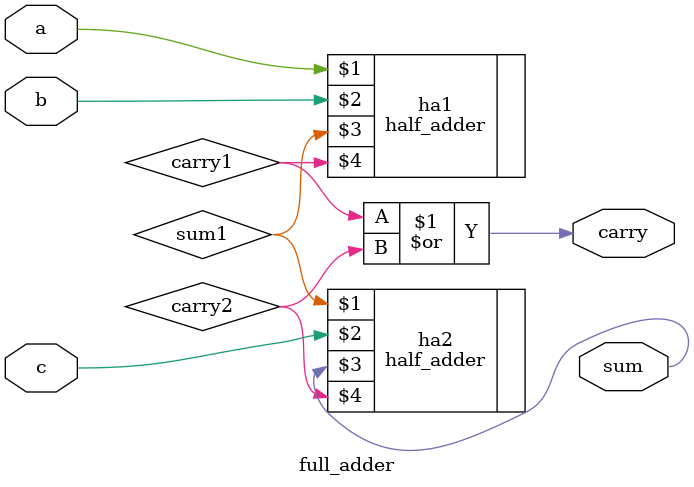
<source format=v>
`timescale 1ns / 1ps

module full_adder(
    input a, b, c,
    output sum, carry
);

    wire carry1, carry2, sum1;

    half_adder ha1(a, b, sum1, carry1);
    half_adder ha2(sum1, c, sum, carry2);
    or or1(carry, carry1, carry2);
endmodule

</source>
